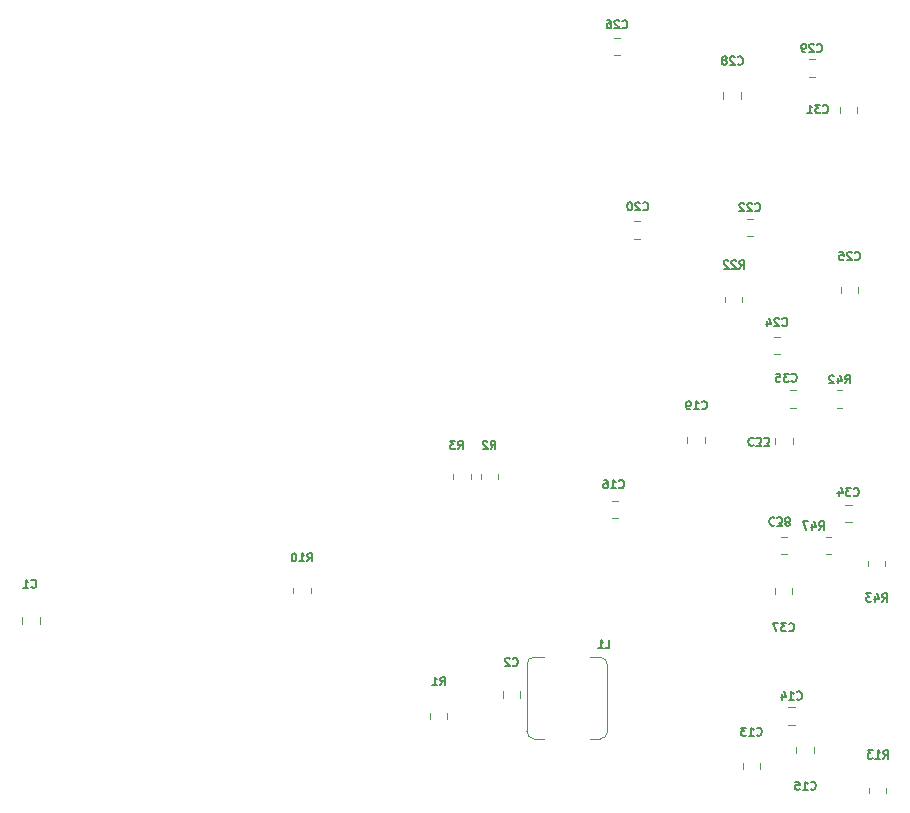
<source format=gbo>
G04 #@! TF.GenerationSoftware,KiCad,Pcbnew,(6.0.6)*
G04 #@! TF.CreationDate,2024-03-22T15:25:42+01:00*
G04 #@! TF.ProjectId,pi-pico-itm39xxc-if,70692d70-6963-46f2-9d69-746d33397878,rev?*
G04 #@! TF.SameCoordinates,Original*
G04 #@! TF.FileFunction,Legend,Bot*
G04 #@! TF.FilePolarity,Positive*
%FSLAX46Y46*%
G04 Gerber Fmt 4.6, Leading zero omitted, Abs format (unit mm)*
G04 Created by KiCad (PCBNEW (6.0.6)) date 2024-03-22 15:25:42*
%MOMM*%
%LPD*%
G01*
G04 APERTURE LIST*
%ADD10C,0.150000*%
%ADD11C,0.120000*%
%ADD12C,3.200000*%
%ADD13R,2.600000X2.600000*%
%ADD14C,2.600000*%
%ADD15R,1.700000X1.700000*%
%ADD16O,1.700000X1.700000*%
%ADD17O,1.800000X1.800000*%
%ADD18O,1.500000X1.500000*%
%ADD19R,3.500000X2.950000*%
G04 APERTURE END LIST*
D10*
X161181200Y-86651266D02*
X161414533Y-86317933D01*
X161581200Y-86651266D02*
X161581200Y-85951266D01*
X161314533Y-85951266D01*
X161247866Y-85984600D01*
X161214533Y-86017933D01*
X161181200Y-86084600D01*
X161181200Y-86184600D01*
X161214533Y-86251266D01*
X161247866Y-86284600D01*
X161314533Y-86317933D01*
X161581200Y-86317933D01*
X160581200Y-86184600D02*
X160581200Y-86651266D01*
X160747866Y-85917933D02*
X160914533Y-86417933D01*
X160481200Y-86417933D01*
X160281200Y-85951266D02*
X159847866Y-85951266D01*
X160081200Y-86217933D01*
X159981200Y-86217933D01*
X159914533Y-86251266D01*
X159881200Y-86284600D01*
X159847866Y-86351266D01*
X159847866Y-86517933D01*
X159881200Y-86584600D01*
X159914533Y-86617933D01*
X159981200Y-86651266D01*
X160181200Y-86651266D01*
X160247866Y-86617933D01*
X160281200Y-86584600D01*
X125262466Y-73748066D02*
X125495800Y-73414733D01*
X125662466Y-73748066D02*
X125662466Y-73048066D01*
X125395800Y-73048066D01*
X125329133Y-73081400D01*
X125295800Y-73114733D01*
X125262466Y-73181400D01*
X125262466Y-73281400D01*
X125295800Y-73348066D01*
X125329133Y-73381400D01*
X125395800Y-73414733D01*
X125662466Y-73414733D01*
X125029133Y-73048066D02*
X124595800Y-73048066D01*
X124829133Y-73314733D01*
X124729133Y-73314733D01*
X124662466Y-73348066D01*
X124629133Y-73381400D01*
X124595800Y-73448066D01*
X124595800Y-73614733D01*
X124629133Y-73681400D01*
X124662466Y-73714733D01*
X124729133Y-73748066D01*
X124929133Y-73748066D01*
X124995800Y-73714733D01*
X125029133Y-73681400D01*
X158022200Y-68170466D02*
X158255533Y-67837133D01*
X158422200Y-68170466D02*
X158422200Y-67470466D01*
X158155533Y-67470466D01*
X158088866Y-67503800D01*
X158055533Y-67537133D01*
X158022200Y-67603800D01*
X158022200Y-67703800D01*
X158055533Y-67770466D01*
X158088866Y-67803800D01*
X158155533Y-67837133D01*
X158422200Y-67837133D01*
X157422200Y-67703800D02*
X157422200Y-68170466D01*
X157588866Y-67437133D02*
X157755533Y-67937133D01*
X157322200Y-67937133D01*
X157088866Y-67537133D02*
X157055533Y-67503800D01*
X156988866Y-67470466D01*
X156822200Y-67470466D01*
X156755533Y-67503800D01*
X156722200Y-67537133D01*
X156688866Y-67603800D01*
X156688866Y-67670466D01*
X156722200Y-67770466D01*
X157122200Y-68170466D01*
X156688866Y-68170466D01*
X150431500Y-53535600D02*
X150464833Y-53568933D01*
X150564833Y-53602266D01*
X150631500Y-53602266D01*
X150731500Y-53568933D01*
X150798166Y-53502266D01*
X150831500Y-53435600D01*
X150864833Y-53302266D01*
X150864833Y-53202266D01*
X150831500Y-53068933D01*
X150798166Y-53002266D01*
X150731500Y-52935600D01*
X150631500Y-52902266D01*
X150564833Y-52902266D01*
X150464833Y-52935600D01*
X150431500Y-52968933D01*
X150164833Y-52968933D02*
X150131500Y-52935600D01*
X150064833Y-52902266D01*
X149898166Y-52902266D01*
X149831500Y-52935600D01*
X149798166Y-52968933D01*
X149764833Y-53035600D01*
X149764833Y-53102266D01*
X149798166Y-53202266D01*
X150198166Y-53602266D01*
X149764833Y-53602266D01*
X149498166Y-52968933D02*
X149464833Y-52935600D01*
X149398166Y-52902266D01*
X149231500Y-52902266D01*
X149164833Y-52935600D01*
X149131500Y-52968933D01*
X149098166Y-53035600D01*
X149098166Y-53102266D01*
X149131500Y-53202266D01*
X149531500Y-53602266D01*
X149098166Y-53602266D01*
X112514800Y-83247666D02*
X112748133Y-82914333D01*
X112914800Y-83247666D02*
X112914800Y-82547666D01*
X112648133Y-82547666D01*
X112581466Y-82581000D01*
X112548133Y-82614333D01*
X112514800Y-82681000D01*
X112514800Y-82781000D01*
X112548133Y-82847666D01*
X112581466Y-82881000D01*
X112648133Y-82914333D01*
X112914800Y-82914333D01*
X111848133Y-83247666D02*
X112248133Y-83247666D01*
X112048133Y-83247666D02*
X112048133Y-82547666D01*
X112114800Y-82647666D01*
X112181466Y-82714333D01*
X112248133Y-82747666D01*
X111414800Y-82547666D02*
X111348133Y-82547666D01*
X111281466Y-82581000D01*
X111248133Y-82614333D01*
X111214800Y-82681000D01*
X111181466Y-82814333D01*
X111181466Y-82981000D01*
X111214800Y-83114333D01*
X111248133Y-83181000D01*
X111281466Y-83214333D01*
X111348133Y-83247666D01*
X111414800Y-83247666D01*
X111481466Y-83214333D01*
X111514800Y-83181000D01*
X111548133Y-83114333D01*
X111581466Y-82981000D01*
X111581466Y-82814333D01*
X111548133Y-82681000D01*
X111514800Y-82614333D01*
X111481466Y-82581000D01*
X111414800Y-82547666D01*
X89143666Y-85416200D02*
X89177000Y-85449533D01*
X89277000Y-85482866D01*
X89343666Y-85482866D01*
X89443666Y-85449533D01*
X89510333Y-85382866D01*
X89543666Y-85316200D01*
X89577000Y-85182866D01*
X89577000Y-85082866D01*
X89543666Y-84949533D01*
X89510333Y-84882866D01*
X89443666Y-84816200D01*
X89343666Y-84782866D01*
X89277000Y-84782866D01*
X89177000Y-84816200D01*
X89143666Y-84849533D01*
X88477000Y-85482866D02*
X88877000Y-85482866D01*
X88677000Y-85482866D02*
X88677000Y-84782866D01*
X88743666Y-84882866D01*
X88810333Y-84949533D01*
X88877000Y-84982866D01*
X138905400Y-76983400D02*
X138938733Y-77016733D01*
X139038733Y-77050066D01*
X139105400Y-77050066D01*
X139205400Y-77016733D01*
X139272066Y-76950066D01*
X139305400Y-76883400D01*
X139338733Y-76750066D01*
X139338733Y-76650066D01*
X139305400Y-76516733D01*
X139272066Y-76450066D01*
X139205400Y-76383400D01*
X139105400Y-76350066D01*
X139038733Y-76350066D01*
X138938733Y-76383400D01*
X138905400Y-76416733D01*
X138238733Y-77050066D02*
X138638733Y-77050066D01*
X138438733Y-77050066D02*
X138438733Y-76350066D01*
X138505400Y-76450066D01*
X138572066Y-76516733D01*
X138638733Y-76550066D01*
X137638733Y-76350066D02*
X137772066Y-76350066D01*
X137838733Y-76383400D01*
X137872066Y-76416733D01*
X137938733Y-76516733D01*
X137972066Y-76650066D01*
X137972066Y-76916733D01*
X137938733Y-76983400D01*
X137905400Y-77016733D01*
X137838733Y-77050066D01*
X137705400Y-77050066D01*
X137638733Y-77016733D01*
X137605400Y-76983400D01*
X137572066Y-76916733D01*
X137572066Y-76750066D01*
X137605400Y-76683400D01*
X137638733Y-76650066D01*
X137705400Y-76616733D01*
X137838733Y-76616733D01*
X137905400Y-76650066D01*
X137938733Y-76683400D01*
X137972066Y-76750066D01*
X148963800Y-41118600D02*
X148997133Y-41151933D01*
X149097133Y-41185266D01*
X149163800Y-41185266D01*
X149263800Y-41151933D01*
X149330466Y-41085266D01*
X149363800Y-41018600D01*
X149397133Y-40885266D01*
X149397133Y-40785266D01*
X149363800Y-40651933D01*
X149330466Y-40585266D01*
X149263800Y-40518600D01*
X149163800Y-40485266D01*
X149097133Y-40485266D01*
X148997133Y-40518600D01*
X148963800Y-40551933D01*
X148697133Y-40551933D02*
X148663800Y-40518600D01*
X148597133Y-40485266D01*
X148430466Y-40485266D01*
X148363800Y-40518600D01*
X148330466Y-40551933D01*
X148297133Y-40618600D01*
X148297133Y-40685266D01*
X148330466Y-40785266D01*
X148730466Y-41185266D01*
X148297133Y-41185266D01*
X147897133Y-40785266D02*
X147963800Y-40751933D01*
X147997133Y-40718600D01*
X148030466Y-40651933D01*
X148030466Y-40618600D01*
X147997133Y-40551933D01*
X147963800Y-40518600D01*
X147897133Y-40485266D01*
X147763800Y-40485266D01*
X147697133Y-40518600D01*
X147663800Y-40551933D01*
X147630466Y-40618600D01*
X147630466Y-40651933D01*
X147663800Y-40718600D01*
X147697133Y-40751933D01*
X147763800Y-40785266D01*
X147897133Y-40785266D01*
X147963800Y-40818600D01*
X147997133Y-40851933D01*
X148030466Y-40918600D01*
X148030466Y-41051933D01*
X147997133Y-41118600D01*
X147963800Y-41151933D01*
X147897133Y-41185266D01*
X147763800Y-41185266D01*
X147697133Y-41151933D01*
X147663800Y-41118600D01*
X147630466Y-41051933D01*
X147630466Y-40918600D01*
X147663800Y-40851933D01*
X147697133Y-40818600D01*
X147763800Y-40785266D01*
X128031066Y-73722666D02*
X128264400Y-73389333D01*
X128431066Y-73722666D02*
X128431066Y-73022666D01*
X128164400Y-73022666D01*
X128097733Y-73056000D01*
X128064400Y-73089333D01*
X128031066Y-73156000D01*
X128031066Y-73256000D01*
X128064400Y-73322666D01*
X128097733Y-73356000D01*
X128164400Y-73389333D01*
X128431066Y-73389333D01*
X127764400Y-73089333D02*
X127731066Y-73056000D01*
X127664400Y-73022666D01*
X127497733Y-73022666D01*
X127431066Y-73056000D01*
X127397733Y-73089333D01*
X127364400Y-73156000D01*
X127364400Y-73222666D01*
X127397733Y-73322666D01*
X127797733Y-73722666D01*
X127364400Y-73722666D01*
X150564000Y-97938400D02*
X150597333Y-97971733D01*
X150697333Y-98005066D01*
X150764000Y-98005066D01*
X150864000Y-97971733D01*
X150930666Y-97905066D01*
X150964000Y-97838400D01*
X150997333Y-97705066D01*
X150997333Y-97605066D01*
X150964000Y-97471733D01*
X150930666Y-97405066D01*
X150864000Y-97338400D01*
X150764000Y-97305066D01*
X150697333Y-97305066D01*
X150597333Y-97338400D01*
X150564000Y-97371733D01*
X149897333Y-98005066D02*
X150297333Y-98005066D01*
X150097333Y-98005066D02*
X150097333Y-97305066D01*
X150164000Y-97405066D01*
X150230666Y-97471733D01*
X150297333Y-97505066D01*
X149664000Y-97305066D02*
X149230666Y-97305066D01*
X149464000Y-97571733D01*
X149364000Y-97571733D01*
X149297333Y-97605066D01*
X149264000Y-97638400D01*
X149230666Y-97705066D01*
X149230666Y-97871733D01*
X149264000Y-97938400D01*
X149297333Y-97971733D01*
X149364000Y-98005066D01*
X149564000Y-98005066D01*
X149630666Y-97971733D01*
X149664000Y-97938400D01*
X152051600Y-79582200D02*
X152018266Y-79548866D01*
X151918266Y-79515533D01*
X151851600Y-79515533D01*
X151751600Y-79548866D01*
X151684933Y-79615533D01*
X151651600Y-79682200D01*
X151618266Y-79815533D01*
X151618266Y-79915533D01*
X151651600Y-80048866D01*
X151684933Y-80115533D01*
X151751600Y-80182200D01*
X151851600Y-80215533D01*
X151918266Y-80215533D01*
X152018266Y-80182200D01*
X152051600Y-80148866D01*
X152284933Y-80215533D02*
X152718266Y-80215533D01*
X152484933Y-79948866D01*
X152584933Y-79948866D01*
X152651600Y-79915533D01*
X152684933Y-79882200D01*
X152718266Y-79815533D01*
X152718266Y-79648866D01*
X152684933Y-79582200D01*
X152651600Y-79548866D01*
X152584933Y-79515533D01*
X152384933Y-79515533D01*
X152318266Y-79548866D01*
X152284933Y-79582200D01*
X153118266Y-79915533D02*
X153051600Y-79948866D01*
X153018266Y-79982200D01*
X152984933Y-80048866D01*
X152984933Y-80082200D01*
X153018266Y-80148866D01*
X153051600Y-80182200D01*
X153118266Y-80215533D01*
X153251600Y-80215533D01*
X153318266Y-80182200D01*
X153351600Y-80148866D01*
X153384933Y-80082200D01*
X153384933Y-80048866D01*
X153351600Y-79982200D01*
X153318266Y-79948866D01*
X153251600Y-79915533D01*
X153118266Y-79915533D01*
X153051600Y-79882200D01*
X153018266Y-79848866D01*
X152984933Y-79782200D01*
X152984933Y-79648866D01*
X153018266Y-79582200D01*
X153051600Y-79548866D01*
X153118266Y-79515533D01*
X153251600Y-79515533D01*
X153318266Y-79548866D01*
X153351600Y-79582200D01*
X153384933Y-79648866D01*
X153384933Y-79782200D01*
X153351600Y-79848866D01*
X153318266Y-79882200D01*
X153251600Y-79915533D01*
X123763866Y-93737866D02*
X123997200Y-93404533D01*
X124163866Y-93737866D02*
X124163866Y-93037866D01*
X123897200Y-93037866D01*
X123830533Y-93071200D01*
X123797200Y-93104533D01*
X123763866Y-93171200D01*
X123763866Y-93271200D01*
X123797200Y-93337866D01*
X123830533Y-93371200D01*
X123897200Y-93404533D01*
X124163866Y-93404533D01*
X123097200Y-93737866D02*
X123497200Y-93737866D01*
X123297200Y-93737866D02*
X123297200Y-93037866D01*
X123363866Y-93137866D01*
X123430533Y-93204533D01*
X123497200Y-93237866D01*
X153307200Y-89099200D02*
X153340533Y-89132533D01*
X153440533Y-89165866D01*
X153507200Y-89165866D01*
X153607200Y-89132533D01*
X153673866Y-89065866D01*
X153707200Y-88999200D01*
X153740533Y-88865866D01*
X153740533Y-88765866D01*
X153707200Y-88632533D01*
X153673866Y-88565866D01*
X153607200Y-88499200D01*
X153507200Y-88465866D01*
X153440533Y-88465866D01*
X153340533Y-88499200D01*
X153307200Y-88532533D01*
X153073866Y-88465866D02*
X152640533Y-88465866D01*
X152873866Y-88732533D01*
X152773866Y-88732533D01*
X152707200Y-88765866D01*
X152673866Y-88799200D01*
X152640533Y-88865866D01*
X152640533Y-89032533D01*
X152673866Y-89099200D01*
X152707200Y-89132533D01*
X152773866Y-89165866D01*
X152973866Y-89165866D01*
X153040533Y-89132533D01*
X153073866Y-89099200D01*
X152407200Y-88465866D02*
X151940533Y-88465866D01*
X152240533Y-89165866D01*
X129910666Y-92045600D02*
X129944000Y-92078933D01*
X130044000Y-92112266D01*
X130110666Y-92112266D01*
X130210666Y-92078933D01*
X130277333Y-92012266D01*
X130310666Y-91945600D01*
X130344000Y-91812266D01*
X130344000Y-91712266D01*
X130310666Y-91578933D01*
X130277333Y-91512266D01*
X130210666Y-91445600D01*
X130110666Y-91412266D01*
X130044000Y-91412266D01*
X129944000Y-91445600D01*
X129910666Y-91478933D01*
X129644000Y-91478933D02*
X129610666Y-91445600D01*
X129544000Y-91412266D01*
X129377333Y-91412266D01*
X129310666Y-91445600D01*
X129277333Y-91478933D01*
X129244000Y-91545600D01*
X129244000Y-91612266D01*
X129277333Y-91712266D01*
X129677333Y-92112266D01*
X129244000Y-92112266D01*
X145915800Y-70303200D02*
X145949133Y-70336533D01*
X146049133Y-70369866D01*
X146115800Y-70369866D01*
X146215800Y-70336533D01*
X146282466Y-70269866D01*
X146315800Y-70203200D01*
X146349133Y-70069866D01*
X146349133Y-69969866D01*
X146315800Y-69836533D01*
X146282466Y-69769866D01*
X146215800Y-69703200D01*
X146115800Y-69669866D01*
X146049133Y-69669866D01*
X145949133Y-69703200D01*
X145915800Y-69736533D01*
X145249133Y-70369866D02*
X145649133Y-70369866D01*
X145449133Y-70369866D02*
X145449133Y-69669866D01*
X145515800Y-69769866D01*
X145582466Y-69836533D01*
X145649133Y-69869866D01*
X144915800Y-70369866D02*
X144782466Y-70369866D01*
X144715800Y-70336533D01*
X144682466Y-70303200D01*
X144615800Y-70203200D01*
X144582466Y-70069866D01*
X144582466Y-69803200D01*
X144615800Y-69736533D01*
X144649133Y-69703200D01*
X144715800Y-69669866D01*
X144849133Y-69669866D01*
X144915800Y-69703200D01*
X144949133Y-69736533D01*
X144982466Y-69803200D01*
X144982466Y-69969866D01*
X144949133Y-70036533D01*
X144915800Y-70069866D01*
X144849133Y-70103200D01*
X144715800Y-70103200D01*
X144649133Y-70069866D01*
X144615800Y-70036533D01*
X144582466Y-69969866D01*
X155136000Y-102510400D02*
X155169333Y-102543733D01*
X155269333Y-102577066D01*
X155336000Y-102577066D01*
X155436000Y-102543733D01*
X155502666Y-102477066D01*
X155536000Y-102410400D01*
X155569333Y-102277066D01*
X155569333Y-102177066D01*
X155536000Y-102043733D01*
X155502666Y-101977066D01*
X155436000Y-101910400D01*
X155336000Y-101877066D01*
X155269333Y-101877066D01*
X155169333Y-101910400D01*
X155136000Y-101943733D01*
X154469333Y-102577066D02*
X154869333Y-102577066D01*
X154669333Y-102577066D02*
X154669333Y-101877066D01*
X154736000Y-101977066D01*
X154802666Y-102043733D01*
X154869333Y-102077066D01*
X153836000Y-101877066D02*
X154169333Y-101877066D01*
X154202666Y-102210400D01*
X154169333Y-102177066D01*
X154102666Y-102143733D01*
X153936000Y-102143733D01*
X153869333Y-102177066D01*
X153836000Y-102210400D01*
X153802666Y-102277066D01*
X153802666Y-102443733D01*
X153836000Y-102510400D01*
X153869333Y-102543733D01*
X153936000Y-102577066D01*
X154102666Y-102577066D01*
X154169333Y-102543733D01*
X154202666Y-102510400D01*
X155821800Y-80555266D02*
X156055133Y-80221933D01*
X156221800Y-80555266D02*
X156221800Y-79855266D01*
X155955133Y-79855266D01*
X155888466Y-79888600D01*
X155855133Y-79921933D01*
X155821800Y-79988600D01*
X155821800Y-80088600D01*
X155855133Y-80155266D01*
X155888466Y-80188600D01*
X155955133Y-80221933D01*
X156221800Y-80221933D01*
X155221800Y-80088600D02*
X155221800Y-80555266D01*
X155388466Y-79821933D02*
X155555133Y-80321933D01*
X155121800Y-80321933D01*
X154921800Y-79855266D02*
X154455133Y-79855266D01*
X154755133Y-80555266D01*
X155665500Y-40048200D02*
X155698833Y-40081533D01*
X155798833Y-40114866D01*
X155865500Y-40114866D01*
X155965500Y-40081533D01*
X156032166Y-40014866D01*
X156065500Y-39948200D01*
X156098833Y-39814866D01*
X156098833Y-39714866D01*
X156065500Y-39581533D01*
X156032166Y-39514866D01*
X155965500Y-39448200D01*
X155865500Y-39414866D01*
X155798833Y-39414866D01*
X155698833Y-39448200D01*
X155665500Y-39481533D01*
X155398833Y-39481533D02*
X155365500Y-39448200D01*
X155298833Y-39414866D01*
X155132166Y-39414866D01*
X155065500Y-39448200D01*
X155032166Y-39481533D01*
X154998833Y-39548200D01*
X154998833Y-39614866D01*
X155032166Y-39714866D01*
X155432166Y-40114866D01*
X154998833Y-40114866D01*
X154665500Y-40114866D02*
X154532166Y-40114866D01*
X154465500Y-40081533D01*
X154432166Y-40048200D01*
X154365500Y-39948200D01*
X154332166Y-39814866D01*
X154332166Y-39548200D01*
X154365500Y-39481533D01*
X154398833Y-39448200D01*
X154465500Y-39414866D01*
X154598833Y-39414866D01*
X154665500Y-39448200D01*
X154698833Y-39481533D01*
X154732166Y-39548200D01*
X154732166Y-39714866D01*
X154698833Y-39781533D01*
X154665500Y-39814866D01*
X154598833Y-39848200D01*
X154465500Y-39848200D01*
X154398833Y-39814866D01*
X154365500Y-39781533D01*
X154332166Y-39714866D01*
X150299000Y-72825800D02*
X150265666Y-72792466D01*
X150165666Y-72759133D01*
X150099000Y-72759133D01*
X149999000Y-72792466D01*
X149932333Y-72859133D01*
X149899000Y-72925800D01*
X149865666Y-73059133D01*
X149865666Y-73159133D01*
X149899000Y-73292466D01*
X149932333Y-73359133D01*
X149999000Y-73425800D01*
X150099000Y-73459133D01*
X150165666Y-73459133D01*
X150265666Y-73425800D01*
X150299000Y-73392466D01*
X150532333Y-73459133D02*
X150965666Y-73459133D01*
X150732333Y-73192466D01*
X150832333Y-73192466D01*
X150899000Y-73159133D01*
X150932333Y-73125800D01*
X150965666Y-73059133D01*
X150965666Y-72892466D01*
X150932333Y-72825800D01*
X150899000Y-72792466D01*
X150832333Y-72759133D01*
X150632333Y-72759133D01*
X150565666Y-72792466D01*
X150532333Y-72825800D01*
X151199000Y-73459133D02*
X151632333Y-73459133D01*
X151399000Y-73192466D01*
X151499000Y-73192466D01*
X151565666Y-73159133D01*
X151599000Y-73125800D01*
X151632333Y-73059133D01*
X151632333Y-72892466D01*
X151599000Y-72825800D01*
X151565666Y-72792466D01*
X151499000Y-72759133D01*
X151299000Y-72759133D01*
X151232333Y-72792466D01*
X151199000Y-72825800D01*
X137759266Y-90613666D02*
X138092600Y-90613666D01*
X138092600Y-89913666D01*
X137159266Y-90613666D02*
X137559266Y-90613666D01*
X137359266Y-90613666D02*
X137359266Y-89913666D01*
X137425933Y-90013666D01*
X137492600Y-90080333D01*
X137559266Y-90113666D01*
X158768200Y-77643800D02*
X158801533Y-77677133D01*
X158901533Y-77710466D01*
X158968200Y-77710466D01*
X159068200Y-77677133D01*
X159134866Y-77610466D01*
X159168200Y-77543800D01*
X159201533Y-77410466D01*
X159201533Y-77310466D01*
X159168200Y-77177133D01*
X159134866Y-77110466D01*
X159068200Y-77043800D01*
X158968200Y-77010466D01*
X158901533Y-77010466D01*
X158801533Y-77043800D01*
X158768200Y-77077133D01*
X158534866Y-77010466D02*
X158101533Y-77010466D01*
X158334866Y-77277133D01*
X158234866Y-77277133D01*
X158168200Y-77310466D01*
X158134866Y-77343800D01*
X158101533Y-77410466D01*
X158101533Y-77577133D01*
X158134866Y-77643800D01*
X158168200Y-77677133D01*
X158234866Y-77710466D01*
X158434866Y-77710466D01*
X158501533Y-77677133D01*
X158534866Y-77643800D01*
X157501533Y-77243800D02*
X157501533Y-77710466D01*
X157668200Y-76977133D02*
X157834866Y-77477133D01*
X157401533Y-77477133D01*
X139184800Y-38045200D02*
X139218133Y-38078533D01*
X139318133Y-38111866D01*
X139384800Y-38111866D01*
X139484800Y-38078533D01*
X139551466Y-38011866D01*
X139584800Y-37945200D01*
X139618133Y-37811866D01*
X139618133Y-37711866D01*
X139584800Y-37578533D01*
X139551466Y-37511866D01*
X139484800Y-37445200D01*
X139384800Y-37411866D01*
X139318133Y-37411866D01*
X139218133Y-37445200D01*
X139184800Y-37478533D01*
X138918133Y-37478533D02*
X138884800Y-37445200D01*
X138818133Y-37411866D01*
X138651466Y-37411866D01*
X138584800Y-37445200D01*
X138551466Y-37478533D01*
X138518133Y-37545200D01*
X138518133Y-37611866D01*
X138551466Y-37711866D01*
X138951466Y-38111866D01*
X138518133Y-38111866D01*
X137918133Y-37411866D02*
X138051466Y-37411866D01*
X138118133Y-37445200D01*
X138151466Y-37478533D01*
X138218133Y-37578533D01*
X138251466Y-37711866D01*
X138251466Y-37978533D01*
X138218133Y-38045200D01*
X138184800Y-38078533D01*
X138118133Y-38111866D01*
X137984800Y-38111866D01*
X137918133Y-38078533D01*
X137884800Y-38045200D01*
X137851466Y-37978533D01*
X137851466Y-37811866D01*
X137884800Y-37745200D01*
X137918133Y-37711866D01*
X137984800Y-37678533D01*
X138118133Y-37678533D01*
X138184800Y-37711866D01*
X138218133Y-37745200D01*
X138251466Y-37811866D01*
X149090800Y-58457266D02*
X149324133Y-58123933D01*
X149490800Y-58457266D02*
X149490800Y-57757266D01*
X149224133Y-57757266D01*
X149157466Y-57790600D01*
X149124133Y-57823933D01*
X149090800Y-57890600D01*
X149090800Y-57990600D01*
X149124133Y-58057266D01*
X149157466Y-58090600D01*
X149224133Y-58123933D01*
X149490800Y-58123933D01*
X148824133Y-57823933D02*
X148790800Y-57790600D01*
X148724133Y-57757266D01*
X148557466Y-57757266D01*
X148490800Y-57790600D01*
X148457466Y-57823933D01*
X148424133Y-57890600D01*
X148424133Y-57957266D01*
X148457466Y-58057266D01*
X148857466Y-58457266D01*
X148424133Y-58457266D01*
X148157466Y-57823933D02*
X148124133Y-57790600D01*
X148057466Y-57757266D01*
X147890800Y-57757266D01*
X147824133Y-57790600D01*
X147790800Y-57823933D01*
X147757466Y-57890600D01*
X147757466Y-57957266D01*
X147790800Y-58057266D01*
X148190800Y-58457266D01*
X147757466Y-58457266D01*
X153510400Y-67966400D02*
X153543733Y-67999733D01*
X153643733Y-68033066D01*
X153710400Y-68033066D01*
X153810400Y-67999733D01*
X153877066Y-67933066D01*
X153910400Y-67866400D01*
X153943733Y-67733066D01*
X153943733Y-67633066D01*
X153910400Y-67499733D01*
X153877066Y-67433066D01*
X153810400Y-67366400D01*
X153710400Y-67333066D01*
X153643733Y-67333066D01*
X153543733Y-67366400D01*
X153510400Y-67399733D01*
X153277066Y-67333066D02*
X152843733Y-67333066D01*
X153077066Y-67599733D01*
X152977066Y-67599733D01*
X152910400Y-67633066D01*
X152877066Y-67666400D01*
X152843733Y-67733066D01*
X152843733Y-67899733D01*
X152877066Y-67966400D01*
X152910400Y-67999733D01*
X152977066Y-68033066D01*
X153177066Y-68033066D01*
X153243733Y-67999733D01*
X153277066Y-67966400D01*
X152210400Y-67333066D02*
X152543733Y-67333066D01*
X152577066Y-67666400D01*
X152543733Y-67633066D01*
X152477066Y-67599733D01*
X152310400Y-67599733D01*
X152243733Y-67633066D01*
X152210400Y-67666400D01*
X152177066Y-67733066D01*
X152177066Y-67899733D01*
X152210400Y-67966400D01*
X152243733Y-67999733D01*
X152310400Y-68033066D01*
X152477066Y-68033066D01*
X152543733Y-67999733D01*
X152577066Y-67966400D01*
X140937400Y-53463000D02*
X140970733Y-53496333D01*
X141070733Y-53529666D01*
X141137400Y-53529666D01*
X141237400Y-53496333D01*
X141304066Y-53429666D01*
X141337400Y-53363000D01*
X141370733Y-53229666D01*
X141370733Y-53129666D01*
X141337400Y-52996333D01*
X141304066Y-52929666D01*
X141237400Y-52863000D01*
X141137400Y-52829666D01*
X141070733Y-52829666D01*
X140970733Y-52863000D01*
X140937400Y-52896333D01*
X140670733Y-52896333D02*
X140637400Y-52863000D01*
X140570733Y-52829666D01*
X140404066Y-52829666D01*
X140337400Y-52863000D01*
X140304066Y-52896333D01*
X140270733Y-52963000D01*
X140270733Y-53029666D01*
X140304066Y-53129666D01*
X140704066Y-53529666D01*
X140270733Y-53529666D01*
X139837400Y-52829666D02*
X139770733Y-52829666D01*
X139704066Y-52863000D01*
X139670733Y-52896333D01*
X139637400Y-52963000D01*
X139604066Y-53096333D01*
X139604066Y-53263000D01*
X139637400Y-53396333D01*
X139670733Y-53463000D01*
X139704066Y-53496333D01*
X139770733Y-53529666D01*
X139837400Y-53529666D01*
X139904066Y-53496333D01*
X139937400Y-53463000D01*
X139970733Y-53396333D01*
X140004066Y-53263000D01*
X140004066Y-53096333D01*
X139970733Y-52963000D01*
X139937400Y-52896333D01*
X139904066Y-52863000D01*
X139837400Y-52829666D01*
X156177400Y-45208000D02*
X156210733Y-45241333D01*
X156310733Y-45274666D01*
X156377400Y-45274666D01*
X156477400Y-45241333D01*
X156544066Y-45174666D01*
X156577400Y-45108000D01*
X156610733Y-44974666D01*
X156610733Y-44874666D01*
X156577400Y-44741333D01*
X156544066Y-44674666D01*
X156477400Y-44608000D01*
X156377400Y-44574666D01*
X156310733Y-44574666D01*
X156210733Y-44608000D01*
X156177400Y-44641333D01*
X155944066Y-44574666D02*
X155510733Y-44574666D01*
X155744066Y-44841333D01*
X155644066Y-44841333D01*
X155577400Y-44874666D01*
X155544066Y-44908000D01*
X155510733Y-44974666D01*
X155510733Y-45141333D01*
X155544066Y-45208000D01*
X155577400Y-45241333D01*
X155644066Y-45274666D01*
X155844066Y-45274666D01*
X155910733Y-45241333D01*
X155944066Y-45208000D01*
X154844066Y-45274666D02*
X155244066Y-45274666D01*
X155044066Y-45274666D02*
X155044066Y-44574666D01*
X155110733Y-44674666D01*
X155177400Y-44741333D01*
X155244066Y-44774666D01*
X158869800Y-57654000D02*
X158903133Y-57687333D01*
X159003133Y-57720666D01*
X159069800Y-57720666D01*
X159169800Y-57687333D01*
X159236466Y-57620666D01*
X159269800Y-57554000D01*
X159303133Y-57420666D01*
X159303133Y-57320666D01*
X159269800Y-57187333D01*
X159236466Y-57120666D01*
X159169800Y-57054000D01*
X159069800Y-57020666D01*
X159003133Y-57020666D01*
X158903133Y-57054000D01*
X158869800Y-57087333D01*
X158603133Y-57087333D02*
X158569800Y-57054000D01*
X158503133Y-57020666D01*
X158336466Y-57020666D01*
X158269800Y-57054000D01*
X158236466Y-57087333D01*
X158203133Y-57154000D01*
X158203133Y-57220666D01*
X158236466Y-57320666D01*
X158636466Y-57720666D01*
X158203133Y-57720666D01*
X157569800Y-57020666D02*
X157903133Y-57020666D01*
X157936466Y-57354000D01*
X157903133Y-57320666D01*
X157836466Y-57287333D01*
X157669800Y-57287333D01*
X157603133Y-57320666D01*
X157569800Y-57354000D01*
X157536466Y-57420666D01*
X157536466Y-57587333D01*
X157569800Y-57654000D01*
X157603133Y-57687333D01*
X157669800Y-57720666D01*
X157836466Y-57720666D01*
X157903133Y-57687333D01*
X157936466Y-57654000D01*
X152726900Y-63267400D02*
X152760233Y-63300733D01*
X152860233Y-63334066D01*
X152926900Y-63334066D01*
X153026900Y-63300733D01*
X153093566Y-63234066D01*
X153126900Y-63167400D01*
X153160233Y-63034066D01*
X153160233Y-62934066D01*
X153126900Y-62800733D01*
X153093566Y-62734066D01*
X153026900Y-62667400D01*
X152926900Y-62634066D01*
X152860233Y-62634066D01*
X152760233Y-62667400D01*
X152726900Y-62700733D01*
X152460233Y-62700733D02*
X152426900Y-62667400D01*
X152360233Y-62634066D01*
X152193566Y-62634066D01*
X152126900Y-62667400D01*
X152093566Y-62700733D01*
X152060233Y-62767400D01*
X152060233Y-62834066D01*
X152093566Y-62934066D01*
X152493566Y-63334066D01*
X152060233Y-63334066D01*
X151460233Y-62867400D02*
X151460233Y-63334066D01*
X151626900Y-62600733D02*
X151793566Y-63100733D01*
X151360233Y-63100733D01*
X161282800Y-99935466D02*
X161516133Y-99602133D01*
X161682800Y-99935466D02*
X161682800Y-99235466D01*
X161416133Y-99235466D01*
X161349466Y-99268800D01*
X161316133Y-99302133D01*
X161282800Y-99368800D01*
X161282800Y-99468800D01*
X161316133Y-99535466D01*
X161349466Y-99568800D01*
X161416133Y-99602133D01*
X161682800Y-99602133D01*
X160616133Y-99935466D02*
X161016133Y-99935466D01*
X160816133Y-99935466D02*
X160816133Y-99235466D01*
X160882800Y-99335466D01*
X160949466Y-99402133D01*
X161016133Y-99435466D01*
X160382800Y-99235466D02*
X159949466Y-99235466D01*
X160182800Y-99502133D01*
X160082800Y-99502133D01*
X160016133Y-99535466D01*
X159982800Y-99568800D01*
X159949466Y-99635466D01*
X159949466Y-99802133D01*
X159982800Y-99868800D01*
X160016133Y-99902133D01*
X160082800Y-99935466D01*
X160282800Y-99935466D01*
X160349466Y-99902133D01*
X160382800Y-99868800D01*
X153967600Y-94886800D02*
X154000933Y-94920133D01*
X154100933Y-94953466D01*
X154167600Y-94953466D01*
X154267600Y-94920133D01*
X154334266Y-94853466D01*
X154367600Y-94786800D01*
X154400933Y-94653466D01*
X154400933Y-94553466D01*
X154367600Y-94420133D01*
X154334266Y-94353466D01*
X154267600Y-94286800D01*
X154167600Y-94253466D01*
X154100933Y-94253466D01*
X154000933Y-94286800D01*
X153967600Y-94320133D01*
X153300933Y-94953466D02*
X153700933Y-94953466D01*
X153500933Y-94953466D02*
X153500933Y-94253466D01*
X153567600Y-94353466D01*
X153634266Y-94420133D01*
X153700933Y-94453466D01*
X152700933Y-94486800D02*
X152700933Y-94953466D01*
X152867600Y-94220133D02*
X153034266Y-94720133D01*
X152600933Y-94720133D01*
D11*
X159990200Y-83209936D02*
X159990200Y-83664064D01*
X161460200Y-83209936D02*
X161460200Y-83664064D01*
X126338000Y-75829536D02*
X126338000Y-76283664D01*
X124868000Y-75829536D02*
X124868000Y-76283664D01*
X157799264Y-68768800D02*
X157345136Y-68768800D01*
X157799264Y-70238800D02*
X157345136Y-70238800D01*
X150242752Y-55700600D02*
X149720248Y-55700600D01*
X150242752Y-54230600D02*
X149720248Y-54230600D01*
X111329800Y-85497936D02*
X111329800Y-85952064D01*
X112799800Y-85497936D02*
X112799800Y-85952064D01*
X88393600Y-87978348D02*
X88393600Y-88500852D01*
X89863600Y-87978348D02*
X89863600Y-88500852D01*
X138335348Y-79602000D02*
X138857852Y-79602000D01*
X138335348Y-78132000D02*
X138857852Y-78132000D01*
X147728000Y-44050852D02*
X147728000Y-43528348D01*
X149198000Y-44050852D02*
X149198000Y-43528348D01*
X128674800Y-75829536D02*
X128674800Y-76283664D01*
X127204800Y-75829536D02*
X127204800Y-76283664D01*
X149404400Y-100318848D02*
X149404400Y-100841352D01*
X150874400Y-100318848D02*
X150874400Y-100841352D01*
X152579948Y-81180000D02*
X153102452Y-81180000D01*
X152579948Y-82650000D02*
X153102452Y-82650000D01*
X124356800Y-96089736D02*
X124356800Y-96543864D01*
X122886800Y-96089736D02*
X122886800Y-96543864D01*
X153586200Y-85496548D02*
X153586200Y-86019052D01*
X152116200Y-85496548D02*
X152116200Y-86019052D01*
X130554400Y-94252148D02*
X130554400Y-94774652D01*
X129084400Y-94252148D02*
X129084400Y-94774652D01*
X144680000Y-73235452D02*
X144680000Y-72712948D01*
X146150000Y-73235452D02*
X146150000Y-72712948D01*
X155395600Y-99499052D02*
X155395600Y-98976548D01*
X153925600Y-99499052D02*
X153925600Y-98976548D01*
X156894264Y-82650000D02*
X156440136Y-82650000D01*
X156894264Y-81180000D02*
X156440136Y-81180000D01*
X155476752Y-40743200D02*
X154954248Y-40743200D01*
X155476752Y-42213200D02*
X154954248Y-42213200D01*
X153608200Y-72773148D02*
X153608200Y-73295652D01*
X152138200Y-72773148D02*
X152138200Y-73295652D01*
X137928400Y-97650000D02*
X137928400Y-92000000D01*
X131108400Y-91950000D02*
X131108400Y-97650000D01*
X136468400Y-98260000D02*
X137318400Y-98260000D01*
X137268400Y-91340000D02*
X136468400Y-91340000D01*
X132568400Y-91340000D02*
X131718400Y-91340000D01*
X131718400Y-98260000D02*
X132568400Y-98260000D01*
X137318400Y-98260000D02*
G75*
G03*
X137928400Y-97650000I0J610000D01*
G01*
X137928400Y-92000000D02*
G75*
G03*
X137268400Y-91340000I-660002J-2D01*
G01*
X131718400Y-91340000D02*
G75*
G03*
X131108400Y-91950000I0J-610000D01*
G01*
X131108400Y-97650000D02*
G75*
G03*
X131718400Y-98260000I610000J0D01*
G01*
X158072948Y-78471600D02*
X158595452Y-78471600D01*
X158072948Y-79941600D02*
X158595452Y-79941600D01*
X138498948Y-38889000D02*
X139021452Y-38889000D01*
X138498948Y-40359000D02*
X139021452Y-40359000D01*
X149350400Y-60859936D02*
X149350400Y-61314064D01*
X147880400Y-60859936D02*
X147880400Y-61314064D01*
X153399348Y-68768800D02*
X153921852Y-68768800D01*
X153399348Y-70238800D02*
X153921852Y-70238800D01*
X140200748Y-54433800D02*
X140723252Y-54433800D01*
X140200748Y-55903800D02*
X140723252Y-55903800D01*
X157583200Y-45295452D02*
X157583200Y-44772948D01*
X159053200Y-45295452D02*
X159053200Y-44772948D01*
X157684800Y-60510052D02*
X157684800Y-59987548D01*
X159154800Y-60510052D02*
X159154800Y-59987548D01*
X152015648Y-64247600D02*
X152538152Y-64247600D01*
X152015648Y-65717600D02*
X152538152Y-65717600D01*
X161542400Y-102388936D02*
X161542400Y-102843064D01*
X160072400Y-102388936D02*
X160072400Y-102843064D01*
X153778852Y-97051800D02*
X153256348Y-97051800D01*
X153778852Y-95581800D02*
X153256348Y-95581800D01*
%LPC*%
D12*
X106248200Y-60223400D03*
X170992800Y-106400600D03*
X60172600Y-35382200D03*
X171018200Y-35382200D03*
X60172600Y-106400600D03*
D13*
X168530000Y-97680000D03*
D14*
X168530000Y-92600000D03*
X168530000Y-87520000D03*
X168530000Y-82440000D03*
X168530000Y-77360000D03*
X168530000Y-72280000D03*
X168530000Y-67200000D03*
X168530000Y-62120000D03*
X168530000Y-57040000D03*
X168530000Y-51960000D03*
D15*
X130957400Y-104394000D03*
D16*
X133497400Y-104394000D03*
D13*
X138508000Y-103629000D03*
D14*
X143588000Y-103629000D03*
D15*
X120802400Y-93309200D03*
D16*
X120802400Y-95849200D03*
X120802400Y-98389200D03*
D17*
X108947800Y-99285600D03*
X103497800Y-99285600D03*
D18*
X103797800Y-96255600D03*
X108647800Y-96255600D03*
D16*
X115112800Y-99415600D03*
X115112800Y-96875600D03*
D15*
X115112800Y-94335600D03*
D16*
X115112800Y-91795600D03*
X115112800Y-89255600D03*
X115112800Y-86715600D03*
X115112800Y-84175600D03*
D15*
X115112800Y-81635600D03*
D16*
X115112800Y-79095600D03*
X115112800Y-76555600D03*
X115112800Y-74015600D03*
X115112800Y-71475600D03*
D15*
X115112800Y-68935600D03*
D16*
X115112800Y-66395600D03*
X115112800Y-63855600D03*
X115112800Y-61315600D03*
X115112800Y-58775600D03*
D15*
X115112800Y-56235600D03*
D16*
X115112800Y-53695600D03*
X115112800Y-51155600D03*
X97332800Y-51155600D03*
X97332800Y-53695600D03*
D15*
X97332800Y-56235600D03*
D16*
X97332800Y-58775600D03*
X97332800Y-61315600D03*
X97332800Y-63855600D03*
X97332800Y-66395600D03*
D15*
X97332800Y-68935600D03*
D16*
X97332800Y-71475600D03*
X97332800Y-74015600D03*
X97332800Y-76555600D03*
X97332800Y-79095600D03*
D15*
X97332800Y-81635600D03*
D16*
X97332800Y-84175600D03*
X97332800Y-86715600D03*
X97332800Y-89255600D03*
X97332800Y-91795600D03*
D15*
X97332800Y-94335600D03*
D16*
X97332800Y-96875600D03*
X97332800Y-99415600D03*
X108762800Y-51385600D03*
D15*
X106222800Y-51385600D03*
D16*
X103682800Y-51385600D03*
D15*
X74091800Y-94513400D03*
D16*
X74091800Y-91973400D03*
X76631800Y-94513400D03*
X76631800Y-91973400D03*
X79171800Y-94513400D03*
X79171800Y-91973400D03*
X81711800Y-94513400D03*
X81711800Y-91973400D03*
X84251800Y-94513400D03*
X84251800Y-91973400D03*
D15*
X127040400Y-40309800D03*
D16*
X129580400Y-40309800D03*
X132120400Y-40309800D03*
D15*
X130962400Y-101854000D03*
D16*
X133502400Y-101854000D03*
D12*
X134899400Y-54203600D03*
D15*
X122184000Y-69443600D03*
D16*
X124724000Y-69443600D03*
X127264000Y-69443600D03*
X129804000Y-69443600D03*
G36*
G01*
X160275200Y-81837000D02*
X161175200Y-81837000D01*
G75*
G02*
X161425200Y-82087000I0J-250000D01*
G01*
X161425200Y-82787000D01*
G75*
G02*
X161175200Y-83037000I-250000J0D01*
G01*
X160275200Y-83037000D01*
G75*
G02*
X160025200Y-82787000I0J250000D01*
G01*
X160025200Y-82087000D01*
G75*
G02*
X160275200Y-81837000I250000J0D01*
G01*
G37*
G36*
G01*
X160275200Y-83837000D02*
X161175200Y-83837000D01*
G75*
G02*
X161425200Y-84087000I0J-250000D01*
G01*
X161425200Y-84787000D01*
G75*
G02*
X161175200Y-85037000I-250000J0D01*
G01*
X160275200Y-85037000D01*
G75*
G02*
X160025200Y-84787000I0J250000D01*
G01*
X160025200Y-84087000D01*
G75*
G02*
X160275200Y-83837000I250000J0D01*
G01*
G37*
G36*
G01*
X125153000Y-74456600D02*
X126053000Y-74456600D01*
G75*
G02*
X126303000Y-74706600I0J-250000D01*
G01*
X126303000Y-75406600D01*
G75*
G02*
X126053000Y-75656600I-250000J0D01*
G01*
X125153000Y-75656600D01*
G75*
G02*
X124903000Y-75406600I0J250000D01*
G01*
X124903000Y-74706600D01*
G75*
G02*
X125153000Y-74456600I250000J0D01*
G01*
G37*
G36*
G01*
X125153000Y-76456600D02*
X126053000Y-76456600D01*
G75*
G02*
X126303000Y-76706600I0J-250000D01*
G01*
X126303000Y-77406600D01*
G75*
G02*
X126053000Y-77656600I-250000J0D01*
G01*
X125153000Y-77656600D01*
G75*
G02*
X124903000Y-77406600I0J250000D01*
G01*
X124903000Y-76706600D01*
G75*
G02*
X125153000Y-76456600I250000J0D01*
G01*
G37*
G36*
G01*
X159172200Y-69053800D02*
X159172200Y-69953800D01*
G75*
G02*
X158922200Y-70203800I-250000J0D01*
G01*
X158222200Y-70203800D01*
G75*
G02*
X157972200Y-69953800I0J250000D01*
G01*
X157972200Y-69053800D01*
G75*
G02*
X158222200Y-68803800I250000J0D01*
G01*
X158922200Y-68803800D01*
G75*
G02*
X159172200Y-69053800I0J-250000D01*
G01*
G37*
G36*
G01*
X157172200Y-69053800D02*
X157172200Y-69953800D01*
G75*
G02*
X156922200Y-70203800I-250000J0D01*
G01*
X156222200Y-70203800D01*
G75*
G02*
X155972200Y-69953800I0J250000D01*
G01*
X155972200Y-69053800D01*
G75*
G02*
X156222200Y-68803800I250000J0D01*
G01*
X156922200Y-68803800D01*
G75*
G02*
X157172200Y-69053800I0J-250000D01*
G01*
G37*
G36*
G01*
X151606500Y-54490600D02*
X151606500Y-55440600D01*
G75*
G02*
X151356500Y-55690600I-250000J0D01*
G01*
X150681500Y-55690600D01*
G75*
G02*
X150431500Y-55440600I0J250000D01*
G01*
X150431500Y-54490600D01*
G75*
G02*
X150681500Y-54240600I250000J0D01*
G01*
X151356500Y-54240600D01*
G75*
G02*
X151606500Y-54490600I0J-250000D01*
G01*
G37*
G36*
G01*
X149531500Y-54490600D02*
X149531500Y-55440600D01*
G75*
G02*
X149281500Y-55690600I-250000J0D01*
G01*
X148606500Y-55690600D01*
G75*
G02*
X148356500Y-55440600I0J250000D01*
G01*
X148356500Y-54490600D01*
G75*
G02*
X148606500Y-54240600I250000J0D01*
G01*
X149281500Y-54240600D01*
G75*
G02*
X149531500Y-54490600I0J-250000D01*
G01*
G37*
G36*
G01*
X111614800Y-84125000D02*
X112514800Y-84125000D01*
G75*
G02*
X112764800Y-84375000I0J-250000D01*
G01*
X112764800Y-85075000D01*
G75*
G02*
X112514800Y-85325000I-250000J0D01*
G01*
X111614800Y-85325000D01*
G75*
G02*
X111364800Y-85075000I0J250000D01*
G01*
X111364800Y-84375000D01*
G75*
G02*
X111614800Y-84125000I250000J0D01*
G01*
G37*
G36*
G01*
X111614800Y-86125000D02*
X112514800Y-86125000D01*
G75*
G02*
X112764800Y-86375000I0J-250000D01*
G01*
X112764800Y-87075000D01*
G75*
G02*
X112514800Y-87325000I-250000J0D01*
G01*
X111614800Y-87325000D01*
G75*
G02*
X111364800Y-87075000I0J250000D01*
G01*
X111364800Y-86375000D01*
G75*
G02*
X111614800Y-86125000I250000J0D01*
G01*
G37*
G36*
G01*
X88653600Y-86614600D02*
X89603600Y-86614600D01*
G75*
G02*
X89853600Y-86864600I0J-250000D01*
G01*
X89853600Y-87539600D01*
G75*
G02*
X89603600Y-87789600I-250000J0D01*
G01*
X88653600Y-87789600D01*
G75*
G02*
X88403600Y-87539600I0J250000D01*
G01*
X88403600Y-86864600D01*
G75*
G02*
X88653600Y-86614600I250000J0D01*
G01*
G37*
G36*
G01*
X88653600Y-88689600D02*
X89603600Y-88689600D01*
G75*
G02*
X89853600Y-88939600I0J-250000D01*
G01*
X89853600Y-89614600D01*
G75*
G02*
X89603600Y-89864600I-250000J0D01*
G01*
X88653600Y-89864600D01*
G75*
G02*
X88403600Y-89614600I0J250000D01*
G01*
X88403600Y-88939600D01*
G75*
G02*
X88653600Y-88689600I250000J0D01*
G01*
G37*
G36*
G01*
X136971600Y-79342000D02*
X136971600Y-78392000D01*
G75*
G02*
X137221600Y-78142000I250000J0D01*
G01*
X137896600Y-78142000D01*
G75*
G02*
X138146600Y-78392000I0J-250000D01*
G01*
X138146600Y-79342000D01*
G75*
G02*
X137896600Y-79592000I-250000J0D01*
G01*
X137221600Y-79592000D01*
G75*
G02*
X136971600Y-79342000I0J250000D01*
G01*
G37*
G36*
G01*
X139046600Y-79342000D02*
X139046600Y-78392000D01*
G75*
G02*
X139296600Y-78142000I250000J0D01*
G01*
X139971600Y-78142000D01*
G75*
G02*
X140221600Y-78392000I0J-250000D01*
G01*
X140221600Y-79342000D01*
G75*
G02*
X139971600Y-79592000I-250000J0D01*
G01*
X139296600Y-79592000D01*
G75*
G02*
X139046600Y-79342000I0J250000D01*
G01*
G37*
G36*
G01*
X148938000Y-45414600D02*
X147988000Y-45414600D01*
G75*
G02*
X147738000Y-45164600I0J250000D01*
G01*
X147738000Y-44489600D01*
G75*
G02*
X147988000Y-44239600I250000J0D01*
G01*
X148938000Y-44239600D01*
G75*
G02*
X149188000Y-44489600I0J-250000D01*
G01*
X149188000Y-45164600D01*
G75*
G02*
X148938000Y-45414600I-250000J0D01*
G01*
G37*
G36*
G01*
X148938000Y-43339600D02*
X147988000Y-43339600D01*
G75*
G02*
X147738000Y-43089600I0J250000D01*
G01*
X147738000Y-42414600D01*
G75*
G02*
X147988000Y-42164600I250000J0D01*
G01*
X148938000Y-42164600D01*
G75*
G02*
X149188000Y-42414600I0J-250000D01*
G01*
X149188000Y-43089600D01*
G75*
G02*
X148938000Y-43339600I-250000J0D01*
G01*
G37*
G36*
G01*
X127489800Y-74456600D02*
X128389800Y-74456600D01*
G75*
G02*
X128639800Y-74706600I0J-250000D01*
G01*
X128639800Y-75406600D01*
G75*
G02*
X128389800Y-75656600I-250000J0D01*
G01*
X127489800Y-75656600D01*
G75*
G02*
X127239800Y-75406600I0J250000D01*
G01*
X127239800Y-74706600D01*
G75*
G02*
X127489800Y-74456600I250000J0D01*
G01*
G37*
G36*
G01*
X127489800Y-76456600D02*
X128389800Y-76456600D01*
G75*
G02*
X128639800Y-76706600I0J-250000D01*
G01*
X128639800Y-77406600D01*
G75*
G02*
X128389800Y-77656600I-250000J0D01*
G01*
X127489800Y-77656600D01*
G75*
G02*
X127239800Y-77406600I0J250000D01*
G01*
X127239800Y-76706600D01*
G75*
G02*
X127489800Y-76456600I250000J0D01*
G01*
G37*
G36*
G01*
X149664400Y-98955100D02*
X150614400Y-98955100D01*
G75*
G02*
X150864400Y-99205100I0J-250000D01*
G01*
X150864400Y-99880100D01*
G75*
G02*
X150614400Y-100130100I-250000J0D01*
G01*
X149664400Y-100130100D01*
G75*
G02*
X149414400Y-99880100I0J250000D01*
G01*
X149414400Y-99205100D01*
G75*
G02*
X149664400Y-98955100I250000J0D01*
G01*
G37*
G36*
G01*
X149664400Y-101030100D02*
X150614400Y-101030100D01*
G75*
G02*
X150864400Y-101280100I0J-250000D01*
G01*
X150864400Y-101955100D01*
G75*
G02*
X150614400Y-102205100I-250000J0D01*
G01*
X149664400Y-102205100D01*
G75*
G02*
X149414400Y-101955100I0J250000D01*
G01*
X149414400Y-101280100D01*
G75*
G02*
X149664400Y-101030100I250000J0D01*
G01*
G37*
G36*
G01*
X151216200Y-82390000D02*
X151216200Y-81440000D01*
G75*
G02*
X151466200Y-81190000I250000J0D01*
G01*
X152141200Y-81190000D01*
G75*
G02*
X152391200Y-81440000I0J-250000D01*
G01*
X152391200Y-82390000D01*
G75*
G02*
X152141200Y-82640000I-250000J0D01*
G01*
X151466200Y-82640000D01*
G75*
G02*
X151216200Y-82390000I0J250000D01*
G01*
G37*
G36*
G01*
X153291200Y-82390000D02*
X153291200Y-81440000D01*
G75*
G02*
X153541200Y-81190000I250000J0D01*
G01*
X154216200Y-81190000D01*
G75*
G02*
X154466200Y-81440000I0J-250000D01*
G01*
X154466200Y-82390000D01*
G75*
G02*
X154216200Y-82640000I-250000J0D01*
G01*
X153541200Y-82640000D01*
G75*
G02*
X153291200Y-82390000I0J250000D01*
G01*
G37*
G36*
G01*
X123171800Y-94716800D02*
X124071800Y-94716800D01*
G75*
G02*
X124321800Y-94966800I0J-250000D01*
G01*
X124321800Y-95666800D01*
G75*
G02*
X124071800Y-95916800I-250000J0D01*
G01*
X123171800Y-95916800D01*
G75*
G02*
X122921800Y-95666800I0J250000D01*
G01*
X122921800Y-94966800D01*
G75*
G02*
X123171800Y-94716800I250000J0D01*
G01*
G37*
G36*
G01*
X123171800Y-96716800D02*
X124071800Y-96716800D01*
G75*
G02*
X124321800Y-96966800I0J-250000D01*
G01*
X124321800Y-97666800D01*
G75*
G02*
X124071800Y-97916800I-250000J0D01*
G01*
X123171800Y-97916800D01*
G75*
G02*
X122921800Y-97666800I0J250000D01*
G01*
X122921800Y-96966800D01*
G75*
G02*
X123171800Y-96716800I250000J0D01*
G01*
G37*
G36*
G01*
X152376200Y-84132800D02*
X153326200Y-84132800D01*
G75*
G02*
X153576200Y-84382800I0J-250000D01*
G01*
X153576200Y-85057800D01*
G75*
G02*
X153326200Y-85307800I-250000J0D01*
G01*
X152376200Y-85307800D01*
G75*
G02*
X152126200Y-85057800I0J250000D01*
G01*
X152126200Y-84382800D01*
G75*
G02*
X152376200Y-84132800I250000J0D01*
G01*
G37*
G36*
G01*
X152376200Y-86207800D02*
X153326200Y-86207800D01*
G75*
G02*
X153576200Y-86457800I0J-250000D01*
G01*
X153576200Y-87132800D01*
G75*
G02*
X153326200Y-87382800I-250000J0D01*
G01*
X152376200Y-87382800D01*
G75*
G02*
X152126200Y-87132800I0J250000D01*
G01*
X152126200Y-86457800D01*
G75*
G02*
X152376200Y-86207800I250000J0D01*
G01*
G37*
G36*
G01*
X129344400Y-92888400D02*
X130294400Y-92888400D01*
G75*
G02*
X130544400Y-93138400I0J-250000D01*
G01*
X130544400Y-93813400D01*
G75*
G02*
X130294400Y-94063400I-250000J0D01*
G01*
X129344400Y-94063400D01*
G75*
G02*
X129094400Y-93813400I0J250000D01*
G01*
X129094400Y-93138400D01*
G75*
G02*
X129344400Y-92888400I250000J0D01*
G01*
G37*
G36*
G01*
X129344400Y-94963400D02*
X130294400Y-94963400D01*
G75*
G02*
X130544400Y-95213400I0J-250000D01*
G01*
X130544400Y-95888400D01*
G75*
G02*
X130294400Y-96138400I-250000J0D01*
G01*
X129344400Y-96138400D01*
G75*
G02*
X129094400Y-95888400I0J250000D01*
G01*
X129094400Y-95213400D01*
G75*
G02*
X129344400Y-94963400I250000J0D01*
G01*
G37*
G36*
G01*
X145890000Y-74599200D02*
X144940000Y-74599200D01*
G75*
G02*
X144690000Y-74349200I0J250000D01*
G01*
X144690000Y-73674200D01*
G75*
G02*
X144940000Y-73424200I250000J0D01*
G01*
X145890000Y-73424200D01*
G75*
G02*
X146140000Y-73674200I0J-250000D01*
G01*
X146140000Y-74349200D01*
G75*
G02*
X145890000Y-74599200I-250000J0D01*
G01*
G37*
G36*
G01*
X145890000Y-72524200D02*
X144940000Y-72524200D01*
G75*
G02*
X144690000Y-72274200I0J250000D01*
G01*
X144690000Y-71599200D01*
G75*
G02*
X144940000Y-71349200I250000J0D01*
G01*
X145890000Y-71349200D01*
G75*
G02*
X146140000Y-71599200I0J-250000D01*
G01*
X146140000Y-72274200D01*
G75*
G02*
X145890000Y-72524200I-250000J0D01*
G01*
G37*
G36*
G01*
X155135600Y-100862800D02*
X154185600Y-100862800D01*
G75*
G02*
X153935600Y-100612800I0J250000D01*
G01*
X153935600Y-99937800D01*
G75*
G02*
X154185600Y-99687800I250000J0D01*
G01*
X155135600Y-99687800D01*
G75*
G02*
X155385600Y-99937800I0J-250000D01*
G01*
X155385600Y-100612800D01*
G75*
G02*
X155135600Y-100862800I-250000J0D01*
G01*
G37*
G36*
G01*
X155135600Y-98787800D02*
X154185600Y-98787800D01*
G75*
G02*
X153935600Y-98537800I0J250000D01*
G01*
X153935600Y-97862800D01*
G75*
G02*
X154185600Y-97612800I250000J0D01*
G01*
X155135600Y-97612800D01*
G75*
G02*
X155385600Y-97862800I0J-250000D01*
G01*
X155385600Y-98537800D01*
G75*
G02*
X155135600Y-98787800I-250000J0D01*
G01*
G37*
G36*
G01*
X158267200Y-81465000D02*
X158267200Y-82365000D01*
G75*
G02*
X158017200Y-82615000I-250000J0D01*
G01*
X157317200Y-82615000D01*
G75*
G02*
X157067200Y-82365000I0J250000D01*
G01*
X157067200Y-81465000D01*
G75*
G02*
X157317200Y-81215000I250000J0D01*
G01*
X158017200Y-81215000D01*
G75*
G02*
X158267200Y-81465000I0J-250000D01*
G01*
G37*
G36*
G01*
X156267200Y-81465000D02*
X156267200Y-82365000D01*
G75*
G02*
X156017200Y-82615000I-250000J0D01*
G01*
X155317200Y-82615000D01*
G75*
G02*
X155067200Y-82365000I0J250000D01*
G01*
X155067200Y-81465000D01*
G75*
G02*
X155317200Y-81215000I250000J0D01*
G01*
X156017200Y-81215000D01*
G75*
G02*
X156267200Y-81465000I0J-250000D01*
G01*
G37*
G36*
G01*
X156840500Y-41003200D02*
X156840500Y-41953200D01*
G75*
G02*
X156590500Y-42203200I-250000J0D01*
G01*
X155915500Y-42203200D01*
G75*
G02*
X155665500Y-41953200I0J250000D01*
G01*
X155665500Y-41003200D01*
G75*
G02*
X155915500Y-40753200I250000J0D01*
G01*
X156590500Y-40753200D01*
G75*
G02*
X156840500Y-41003200I0J-250000D01*
G01*
G37*
G36*
G01*
X154765500Y-41003200D02*
X154765500Y-41953200D01*
G75*
G02*
X154515500Y-42203200I-250000J0D01*
G01*
X153840500Y-42203200D01*
G75*
G02*
X153590500Y-41953200I0J250000D01*
G01*
X153590500Y-41003200D01*
G75*
G02*
X153840500Y-40753200I250000J0D01*
G01*
X154515500Y-40753200D01*
G75*
G02*
X154765500Y-41003200I0J-250000D01*
G01*
G37*
G36*
G01*
X152398200Y-71409400D02*
X153348200Y-71409400D01*
G75*
G02*
X153598200Y-71659400I0J-250000D01*
G01*
X153598200Y-72334400D01*
G75*
G02*
X153348200Y-72584400I-250000J0D01*
G01*
X152398200Y-72584400D01*
G75*
G02*
X152148200Y-72334400I0J250000D01*
G01*
X152148200Y-71659400D01*
G75*
G02*
X152398200Y-71409400I250000J0D01*
G01*
G37*
G36*
G01*
X152398200Y-73484400D02*
X153348200Y-73484400D01*
G75*
G02*
X153598200Y-73734400I0J-250000D01*
G01*
X153598200Y-74409400D01*
G75*
G02*
X153348200Y-74659400I-250000J0D01*
G01*
X152398200Y-74659400D01*
G75*
G02*
X152148200Y-74409400I0J250000D01*
G01*
X152148200Y-73734400D01*
G75*
G02*
X152398200Y-73484400I250000J0D01*
G01*
G37*
D19*
X134518400Y-92075000D03*
X134518400Y-97525000D03*
G36*
G01*
X156709200Y-79681600D02*
X156709200Y-78731600D01*
G75*
G02*
X156959200Y-78481600I250000J0D01*
G01*
X157634200Y-78481600D01*
G75*
G02*
X157884200Y-78731600I0J-250000D01*
G01*
X157884200Y-79681600D01*
G75*
G02*
X157634200Y-79931600I-250000J0D01*
G01*
X156959200Y-79931600D01*
G75*
G02*
X156709200Y-79681600I0J250000D01*
G01*
G37*
G36*
G01*
X158784200Y-79681600D02*
X158784200Y-78731600D01*
G75*
G02*
X159034200Y-78481600I250000J0D01*
G01*
X159709200Y-78481600D01*
G75*
G02*
X159959200Y-78731600I0J-250000D01*
G01*
X159959200Y-79681600D01*
G75*
G02*
X159709200Y-79931600I-250000J0D01*
G01*
X159034200Y-79931600D01*
G75*
G02*
X158784200Y-79681600I0J250000D01*
G01*
G37*
G36*
G01*
X137135200Y-40099000D02*
X137135200Y-39149000D01*
G75*
G02*
X137385200Y-38899000I250000J0D01*
G01*
X138060200Y-38899000D01*
G75*
G02*
X138310200Y-39149000I0J-250000D01*
G01*
X138310200Y-40099000D01*
G75*
G02*
X138060200Y-40349000I-250000J0D01*
G01*
X137385200Y-40349000D01*
G75*
G02*
X137135200Y-40099000I0J250000D01*
G01*
G37*
G36*
G01*
X139210200Y-40099000D02*
X139210200Y-39149000D01*
G75*
G02*
X139460200Y-38899000I250000J0D01*
G01*
X140135200Y-38899000D01*
G75*
G02*
X140385200Y-39149000I0J-250000D01*
G01*
X140385200Y-40099000D01*
G75*
G02*
X140135200Y-40349000I-250000J0D01*
G01*
X139460200Y-40349000D01*
G75*
G02*
X139210200Y-40099000I0J250000D01*
G01*
G37*
G36*
G01*
X148165400Y-59487000D02*
X149065400Y-59487000D01*
G75*
G02*
X149315400Y-59737000I0J-250000D01*
G01*
X149315400Y-60437000D01*
G75*
G02*
X149065400Y-60687000I-250000J0D01*
G01*
X148165400Y-60687000D01*
G75*
G02*
X147915400Y-60437000I0J250000D01*
G01*
X147915400Y-59737000D01*
G75*
G02*
X148165400Y-59487000I250000J0D01*
G01*
G37*
G36*
G01*
X148165400Y-61487000D02*
X149065400Y-61487000D01*
G75*
G02*
X149315400Y-61737000I0J-250000D01*
G01*
X149315400Y-62437000D01*
G75*
G02*
X149065400Y-62687000I-250000J0D01*
G01*
X148165400Y-62687000D01*
G75*
G02*
X147915400Y-62437000I0J250000D01*
G01*
X147915400Y-61737000D01*
G75*
G02*
X148165400Y-61487000I250000J0D01*
G01*
G37*
G36*
G01*
X152035600Y-69978800D02*
X152035600Y-69028800D01*
G75*
G02*
X152285600Y-68778800I250000J0D01*
G01*
X152960600Y-68778800D01*
G75*
G02*
X153210600Y-69028800I0J-250000D01*
G01*
X153210600Y-69978800D01*
G75*
G02*
X152960600Y-70228800I-250000J0D01*
G01*
X152285600Y-70228800D01*
G75*
G02*
X152035600Y-69978800I0J250000D01*
G01*
G37*
G36*
G01*
X154110600Y-69978800D02*
X154110600Y-69028800D01*
G75*
G02*
X154360600Y-68778800I250000J0D01*
G01*
X155035600Y-68778800D01*
G75*
G02*
X155285600Y-69028800I0J-250000D01*
G01*
X155285600Y-69978800D01*
G75*
G02*
X155035600Y-70228800I-250000J0D01*
G01*
X154360600Y-70228800D01*
G75*
G02*
X154110600Y-69978800I0J250000D01*
G01*
G37*
G36*
G01*
X138837000Y-55643800D02*
X138837000Y-54693800D01*
G75*
G02*
X139087000Y-54443800I250000J0D01*
G01*
X139762000Y-54443800D01*
G75*
G02*
X140012000Y-54693800I0J-250000D01*
G01*
X140012000Y-55643800D01*
G75*
G02*
X139762000Y-55893800I-250000J0D01*
G01*
X139087000Y-55893800D01*
G75*
G02*
X138837000Y-55643800I0J250000D01*
G01*
G37*
G36*
G01*
X140912000Y-55643800D02*
X140912000Y-54693800D01*
G75*
G02*
X141162000Y-54443800I250000J0D01*
G01*
X141837000Y-54443800D01*
G75*
G02*
X142087000Y-54693800I0J-250000D01*
G01*
X142087000Y-55643800D01*
G75*
G02*
X141837000Y-55893800I-250000J0D01*
G01*
X141162000Y-55893800D01*
G75*
G02*
X140912000Y-55643800I0J250000D01*
G01*
G37*
G36*
G01*
X158793200Y-46659200D02*
X157843200Y-46659200D01*
G75*
G02*
X157593200Y-46409200I0J250000D01*
G01*
X157593200Y-45734200D01*
G75*
G02*
X157843200Y-45484200I250000J0D01*
G01*
X158793200Y-45484200D01*
G75*
G02*
X159043200Y-45734200I0J-250000D01*
G01*
X159043200Y-46409200D01*
G75*
G02*
X158793200Y-46659200I-250000J0D01*
G01*
G37*
G36*
G01*
X158793200Y-44584200D02*
X157843200Y-44584200D01*
G75*
G02*
X157593200Y-44334200I0J250000D01*
G01*
X157593200Y-43659200D01*
G75*
G02*
X157843200Y-43409200I250000J0D01*
G01*
X158793200Y-43409200D01*
G75*
G02*
X159043200Y-43659200I0J-250000D01*
G01*
X159043200Y-44334200D01*
G75*
G02*
X158793200Y-44584200I-250000J0D01*
G01*
G37*
G36*
G01*
X158894800Y-61873800D02*
X157944800Y-61873800D01*
G75*
G02*
X157694800Y-61623800I0J250000D01*
G01*
X157694800Y-60948800D01*
G75*
G02*
X157944800Y-60698800I250000J0D01*
G01*
X158894800Y-60698800D01*
G75*
G02*
X159144800Y-60948800I0J-250000D01*
G01*
X159144800Y-61623800D01*
G75*
G02*
X158894800Y-61873800I-250000J0D01*
G01*
G37*
G36*
G01*
X158894800Y-59798800D02*
X157944800Y-59798800D01*
G75*
G02*
X157694800Y-59548800I0J250000D01*
G01*
X157694800Y-58873800D01*
G75*
G02*
X157944800Y-58623800I250000J0D01*
G01*
X158894800Y-58623800D01*
G75*
G02*
X159144800Y-58873800I0J-250000D01*
G01*
X159144800Y-59548800D01*
G75*
G02*
X158894800Y-59798800I-250000J0D01*
G01*
G37*
G36*
G01*
X150651900Y-65457600D02*
X150651900Y-64507600D01*
G75*
G02*
X150901900Y-64257600I250000J0D01*
G01*
X151576900Y-64257600D01*
G75*
G02*
X151826900Y-64507600I0J-250000D01*
G01*
X151826900Y-65457600D01*
G75*
G02*
X151576900Y-65707600I-250000J0D01*
G01*
X150901900Y-65707600D01*
G75*
G02*
X150651900Y-65457600I0J250000D01*
G01*
G37*
G36*
G01*
X152726900Y-65457600D02*
X152726900Y-64507600D01*
G75*
G02*
X152976900Y-64257600I250000J0D01*
G01*
X153651900Y-64257600D01*
G75*
G02*
X153901900Y-64507600I0J-250000D01*
G01*
X153901900Y-65457600D01*
G75*
G02*
X153651900Y-65707600I-250000J0D01*
G01*
X152976900Y-65707600D01*
G75*
G02*
X152726900Y-65457600I0J250000D01*
G01*
G37*
G36*
G01*
X160357400Y-101016000D02*
X161257400Y-101016000D01*
G75*
G02*
X161507400Y-101266000I0J-250000D01*
G01*
X161507400Y-101966000D01*
G75*
G02*
X161257400Y-102216000I-250000J0D01*
G01*
X160357400Y-102216000D01*
G75*
G02*
X160107400Y-101966000I0J250000D01*
G01*
X160107400Y-101266000D01*
G75*
G02*
X160357400Y-101016000I250000J0D01*
G01*
G37*
G36*
G01*
X160357400Y-103016000D02*
X161257400Y-103016000D01*
G75*
G02*
X161507400Y-103266000I0J-250000D01*
G01*
X161507400Y-103966000D01*
G75*
G02*
X161257400Y-104216000I-250000J0D01*
G01*
X160357400Y-104216000D01*
G75*
G02*
X160107400Y-103966000I0J250000D01*
G01*
X160107400Y-103266000D01*
G75*
G02*
X160357400Y-103016000I250000J0D01*
G01*
G37*
G36*
G01*
X155142600Y-95841800D02*
X155142600Y-96791800D01*
G75*
G02*
X154892600Y-97041800I-250000J0D01*
G01*
X154217600Y-97041800D01*
G75*
G02*
X153967600Y-96791800I0J250000D01*
G01*
X153967600Y-95841800D01*
G75*
G02*
X154217600Y-95591800I250000J0D01*
G01*
X154892600Y-95591800D01*
G75*
G02*
X155142600Y-95841800I0J-250000D01*
G01*
G37*
G36*
G01*
X153067600Y-95841800D02*
X153067600Y-96791800D01*
G75*
G02*
X152817600Y-97041800I-250000J0D01*
G01*
X152142600Y-97041800D01*
G75*
G02*
X151892600Y-96791800I0J250000D01*
G01*
X151892600Y-95841800D01*
G75*
G02*
X152142600Y-95591800I250000J0D01*
G01*
X152817600Y-95591800D01*
G75*
G02*
X153067600Y-95841800I0J-250000D01*
G01*
G37*
M02*

</source>
